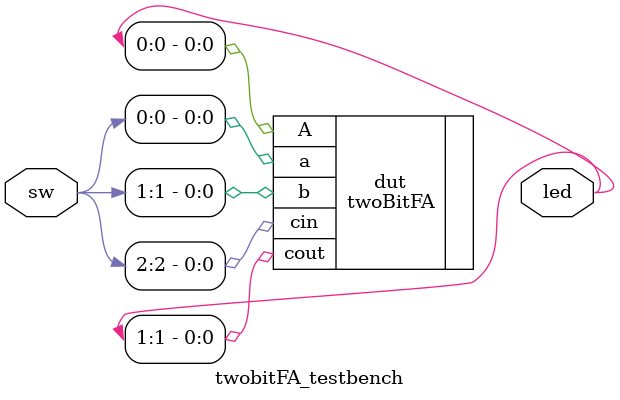
<source format=v>
`timescale 1ns / 1ps



module twobitFA_testbench(input[15:0] sw,output [15:0] led);
    twoBitFA dut(
                    .a(sw[0]),
                    .b(sw[1]),
                    .cin(sw[2]),
                    .A(led[0]),
                    .cout(led[1])
                    );
    
endmodule

</source>
